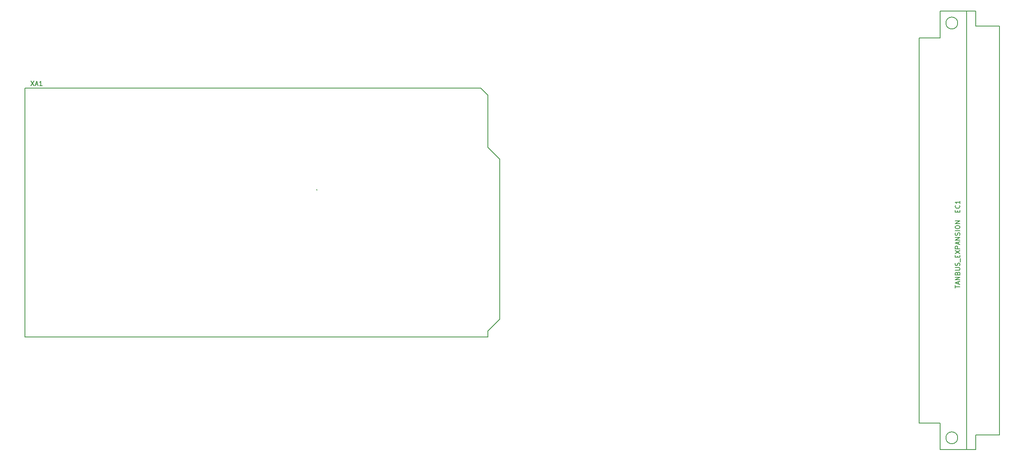
<source format=gbr>
%TF.GenerationSoftware,KiCad,Pcbnew,5.1.6-c6e7f7d~86~ubuntu16.04.1*%
%TF.CreationDate,2020-06-20T04:05:00+01:00*%
%TF.ProjectId,microtan-cassette-pcb,6d696372-6f74-4616-9e2d-636173736574,rev?*%
%TF.SameCoordinates,Original*%
%TF.FileFunction,Legend,Top*%
%TF.FilePolarity,Positive*%
%FSLAX46Y46*%
G04 Gerber Fmt 4.6, Leading zero omitted, Abs format (unit mm)*
G04 Created by KiCad (PCBNEW 5.1.6-c6e7f7d~86~ubuntu16.04.1) date 2020-06-20 04:05:00*
%MOMM*%
%LPD*%
G01*
G04 APERTURE LIST*
%ADD10C,0.150000*%
G04 APERTURE END LIST*
D10*
%TO.C,EC1*%
X216281000Y-40259000D02*
X220726000Y-40259000D01*
X216281000Y-122809000D02*
X216281000Y-40259000D01*
X220726000Y-122809000D02*
X216281000Y-122809000D01*
X220726000Y-122809000D02*
X220726000Y-128524000D01*
X220726000Y-40259000D02*
X220726000Y-34544000D01*
X220726000Y-128524000D02*
X228346000Y-128524000D01*
X220726000Y-34544000D02*
X228346000Y-34544000D01*
X228346000Y-128524000D02*
X228346000Y-125349000D01*
X228346000Y-34544000D02*
X228346000Y-37719000D01*
X233426000Y-37719000D02*
X228346000Y-37719000D01*
X233426000Y-125349000D02*
X233426000Y-37719000D01*
X228346000Y-125349000D02*
X233426000Y-125349000D01*
X226441000Y-128524000D02*
X226441000Y-34544000D01*
X224536000Y-125984000D02*
G75*
G03*
X224536000Y-125984000I-1270000J0D01*
G01*
X224536000Y-37084000D02*
G75*
G03*
X224536000Y-37084000I-1270000J0D01*
G01*
%TO.C,XA1*%
X24892000Y-51054000D02*
X122428000Y-51054000D01*
X24892000Y-104394000D02*
X123952000Y-104394000D01*
X122428000Y-51054000D02*
X123952000Y-52578000D01*
X123952000Y-104394000D02*
X123952000Y-103124000D01*
X123952000Y-103124000D02*
X126492000Y-100584000D01*
X126492000Y-100584000D02*
X126492000Y-66294000D01*
X126492000Y-66294000D02*
X123952000Y-63754000D01*
X123952000Y-63754000D02*
X123952000Y-52578000D01*
X24892000Y-51054000D02*
X24892000Y-104394000D01*
%TO.C,EC1*%
X224464571Y-77644476D02*
X224464571Y-77311142D01*
X224988380Y-77168285D02*
X224988380Y-77644476D01*
X223988380Y-77644476D01*
X223988380Y-77168285D01*
X224893142Y-76168285D02*
X224940761Y-76215904D01*
X224988380Y-76358761D01*
X224988380Y-76454000D01*
X224940761Y-76596857D01*
X224845523Y-76692095D01*
X224750285Y-76739714D01*
X224559809Y-76787333D01*
X224416952Y-76787333D01*
X224226476Y-76739714D01*
X224131238Y-76692095D01*
X224036000Y-76596857D01*
X223988380Y-76454000D01*
X223988380Y-76358761D01*
X224036000Y-76215904D01*
X224083619Y-76168285D01*
X224988380Y-75215904D02*
X224988380Y-75787333D01*
X224988380Y-75501619D02*
X223988380Y-75501619D01*
X224131238Y-75596857D01*
X224226476Y-75692095D01*
X224274095Y-75787333D01*
X223988380Y-93875904D02*
X223988380Y-93304476D01*
X224988380Y-93590190D02*
X223988380Y-93590190D01*
X224702666Y-93018761D02*
X224702666Y-92542571D01*
X224988380Y-93114000D02*
X223988380Y-92780666D01*
X224988380Y-92447333D01*
X224988380Y-92114000D02*
X223988380Y-92114000D01*
X224988380Y-91542571D01*
X223988380Y-91542571D01*
X224464571Y-90733047D02*
X224512190Y-90590190D01*
X224559809Y-90542571D01*
X224655047Y-90494952D01*
X224797904Y-90494952D01*
X224893142Y-90542571D01*
X224940761Y-90590190D01*
X224988380Y-90685428D01*
X224988380Y-91066380D01*
X223988380Y-91066380D01*
X223988380Y-90733047D01*
X224036000Y-90637809D01*
X224083619Y-90590190D01*
X224178857Y-90542571D01*
X224274095Y-90542571D01*
X224369333Y-90590190D01*
X224416952Y-90637809D01*
X224464571Y-90733047D01*
X224464571Y-91066380D01*
X223988380Y-90066380D02*
X224797904Y-90066380D01*
X224893142Y-90018761D01*
X224940761Y-89971142D01*
X224988380Y-89875904D01*
X224988380Y-89685428D01*
X224940761Y-89590190D01*
X224893142Y-89542571D01*
X224797904Y-89494952D01*
X223988380Y-89494952D01*
X224940761Y-89066380D02*
X224988380Y-88923523D01*
X224988380Y-88685428D01*
X224940761Y-88590190D01*
X224893142Y-88542571D01*
X224797904Y-88494952D01*
X224702666Y-88494952D01*
X224607428Y-88542571D01*
X224559809Y-88590190D01*
X224512190Y-88685428D01*
X224464571Y-88875904D01*
X224416952Y-88971142D01*
X224369333Y-89018761D01*
X224274095Y-89066380D01*
X224178857Y-89066380D01*
X224083619Y-89018761D01*
X224036000Y-88971142D01*
X223988380Y-88875904D01*
X223988380Y-88637809D01*
X224036000Y-88494952D01*
X225083619Y-88304476D02*
X225083619Y-87542571D01*
X224464571Y-87304476D02*
X224464571Y-86971142D01*
X224988380Y-86828285D02*
X224988380Y-87304476D01*
X223988380Y-87304476D01*
X223988380Y-86828285D01*
X223988380Y-86494952D02*
X224988380Y-85828285D01*
X223988380Y-85828285D02*
X224988380Y-86494952D01*
X224988380Y-85447333D02*
X223988380Y-85447333D01*
X223988380Y-85066380D01*
X224036000Y-84971142D01*
X224083619Y-84923523D01*
X224178857Y-84875904D01*
X224321714Y-84875904D01*
X224416952Y-84923523D01*
X224464571Y-84971142D01*
X224512190Y-85066380D01*
X224512190Y-85447333D01*
X224702666Y-84494952D02*
X224702666Y-84018761D01*
X224988380Y-84590190D02*
X223988380Y-84256857D01*
X224988380Y-83923523D01*
X224988380Y-83590190D02*
X223988380Y-83590190D01*
X224988380Y-83018761D01*
X223988380Y-83018761D01*
X224940761Y-82590190D02*
X224988380Y-82447333D01*
X224988380Y-82209238D01*
X224940761Y-82114000D01*
X224893142Y-82066380D01*
X224797904Y-82018761D01*
X224702666Y-82018761D01*
X224607428Y-82066380D01*
X224559809Y-82114000D01*
X224512190Y-82209238D01*
X224464571Y-82399714D01*
X224416952Y-82494952D01*
X224369333Y-82542571D01*
X224274095Y-82590190D01*
X224178857Y-82590190D01*
X224083619Y-82542571D01*
X224036000Y-82494952D01*
X223988380Y-82399714D01*
X223988380Y-82161619D01*
X224036000Y-82018761D01*
X224988380Y-81590190D02*
X223988380Y-81590190D01*
X223988380Y-80923523D02*
X223988380Y-80733047D01*
X224036000Y-80637809D01*
X224131238Y-80542571D01*
X224321714Y-80494952D01*
X224655047Y-80494952D01*
X224845523Y-80542571D01*
X224940761Y-80637809D01*
X224988380Y-80733047D01*
X224988380Y-80923523D01*
X224940761Y-81018761D01*
X224845523Y-81114000D01*
X224655047Y-81161619D01*
X224321714Y-81161619D01*
X224131238Y-81114000D01*
X224036000Y-81018761D01*
X223988380Y-80923523D01*
X224988380Y-80066380D02*
X223988380Y-80066380D01*
X224988380Y-79494952D01*
X223988380Y-79494952D01*
%TO.C,XA1*%
X26193904Y-49490380D02*
X26860571Y-50490380D01*
X26860571Y-49490380D02*
X26193904Y-50490380D01*
X27193904Y-50204666D02*
X27670095Y-50204666D01*
X27098666Y-50490380D02*
X27432000Y-49490380D01*
X27765333Y-50490380D01*
X28622476Y-50490380D02*
X28051047Y-50490380D01*
X28336761Y-50490380D02*
X28336761Y-49490380D01*
X28241523Y-49633238D01*
X28146285Y-49728476D01*
X28051047Y-49776095D01*
X87376000Y-72747142D02*
X87423619Y-72794761D01*
X87376000Y-72842380D01*
X87328380Y-72794761D01*
X87376000Y-72747142D01*
X87376000Y-72842380D01*
%TD*%
M02*

</source>
